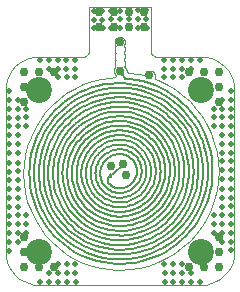
<source format=gbr>
G04 EAGLE Gerber RS-274X export*
G75*
%MOMM*%
%FSLAX34Y34*%
%LPD*%
%INCopper Layer 3*%
%IPPOS*%
%AMOC8*
5,1,8,0,0,1.08239X$1,22.5*%
G01*
%ADD10C,2.199994*%
%ADD11C,0.500000*%
%ADD12C,0.000000*%
%ADD13C,0.200000*%
%ADD14C,0.152400*%
%ADD15C,0.756400*%


D10*
X137128Y137128D03*
X137128Y0D03*
X0Y0D03*
X0Y137128D03*
D11*
X53858Y189187D03*
X46406Y189128D03*
X61310Y189247D03*
X61191Y204151D03*
X61251Y196699D03*
X46287Y204032D03*
X46346Y196580D03*
X53798Y196639D03*
X53739Y204092D03*
X68762Y189307D03*
X68702Y196759D03*
X76155Y196818D03*
X76214Y189366D03*
X76095Y204270D03*
X68643Y204211D03*
X83666Y189426D03*
X83607Y196878D03*
X91059Y196938D03*
X91118Y189486D03*
X90999Y204390D03*
X83547Y204330D03*
X113622Y162586D03*
X106172Y162586D03*
X106234Y155194D03*
X106295Y147801D03*
X113745Y147801D03*
X121195Y147801D03*
X113684Y155194D03*
X121072Y162586D03*
X121134Y155194D03*
X128584Y155194D03*
X128522Y162586D03*
X135972Y162586D03*
X15932Y147801D03*
X908Y162586D03*
X8420Y155194D03*
X23381Y147801D03*
X30832Y147801D03*
X23320Y155194D03*
X15870Y155194D03*
X15808Y162586D03*
X8358Y162586D03*
X23258Y162586D03*
X30708Y162586D03*
X30770Y155194D03*
X-10672Y15932D03*
X-25457Y908D03*
X-18065Y8420D03*
X-10672Y23381D03*
X-10672Y30832D03*
X-18065Y23320D03*
X-18065Y15870D03*
X-25457Y15808D03*
X-25457Y8358D03*
X-25457Y23258D03*
X-25457Y30708D03*
X-18065Y30770D03*
X-18065Y38220D03*
X-25457Y38158D03*
X-25457Y45608D03*
X-18065Y45670D03*
X-18065Y53120D03*
X-25457Y53058D03*
X-25457Y60508D03*
X-18065Y60570D03*
X-18065Y68020D03*
X-25457Y67958D03*
X-25457Y75408D03*
X-18065Y75470D03*
X-25457Y135972D03*
X-25457Y128522D03*
X-18065Y128584D03*
X-18065Y121134D03*
X-25457Y121072D03*
X-18065Y113684D03*
X-10672Y121195D03*
X-10672Y113745D03*
X-10672Y106295D03*
X-18065Y106234D03*
X-25457Y106172D03*
X-25457Y98722D03*
X-18065Y98784D03*
X-18065Y91334D03*
X-25457Y91272D03*
X-25457Y83822D03*
X-18065Y83884D03*
X-25457Y113622D03*
X147801Y121195D03*
X162586Y136219D03*
X155194Y128707D03*
X147801Y113745D03*
X147801Y106295D03*
X155194Y113807D03*
X155194Y121257D03*
X162586Y121319D03*
X162586Y128769D03*
X162586Y113869D03*
X162586Y106419D03*
X155194Y106357D03*
X155194Y98907D03*
X162586Y98969D03*
X162586Y91519D03*
X155194Y91457D03*
X155194Y84007D03*
X162586Y84069D03*
X162586Y76619D03*
X155194Y76557D03*
X155194Y69107D03*
X162586Y69169D03*
X162586Y61719D03*
X155194Y61657D03*
X162586Y1155D03*
X162586Y8605D03*
X155194Y8543D03*
X155194Y15993D03*
X162586Y16055D03*
X155194Y23443D03*
X147801Y15932D03*
X147801Y23381D03*
X147801Y30832D03*
X155194Y30893D03*
X162586Y30955D03*
X162586Y38405D03*
X155194Y38343D03*
X155194Y45793D03*
X162586Y45855D03*
X162586Y53305D03*
X155194Y53243D03*
X162586Y23505D03*
X23505Y-25457D03*
X30955Y-25457D03*
X30893Y-18065D03*
X30832Y-10672D03*
X23381Y-10672D03*
X15932Y-10672D03*
X23443Y-18065D03*
X16055Y-25457D03*
X15993Y-18065D03*
X8543Y-18065D03*
X8605Y-25457D03*
X1155Y-25457D03*
X106357Y-18065D03*
X106419Y-25457D03*
X113869Y-25457D03*
X128769Y-25457D03*
X121319Y-25457D03*
X121257Y-18065D03*
X113807Y-18065D03*
X106295Y-10672D03*
X113745Y-10672D03*
X128707Y-18065D03*
X136219Y-25457D03*
X121195Y-10672D03*
D12*
X95258Y167785D02*
X94944Y169365D01*
X95258Y167785D02*
X96153Y166445D01*
X97493Y165550D01*
X99073Y165236D01*
X137128Y165236D01*
X137269Y165264D01*
X141531Y164928D01*
X145826Y163897D01*
X149906Y162207D01*
X153672Y159899D01*
X157031Y157031D01*
X159899Y153672D01*
X162207Y149906D01*
X163897Y145826D01*
X164928Y141531D01*
X165264Y137269D01*
X165236Y137128D01*
X165236Y0D01*
X165264Y-140D01*
X164928Y-4402D01*
X163897Y-8697D01*
X162207Y-12778D01*
X159899Y-16543D01*
X157031Y-19902D01*
X153672Y-22770D01*
X149906Y-25078D01*
X145826Y-26768D01*
X141531Y-27800D01*
X137269Y-28135D01*
X137128Y-28107D01*
X0Y-28107D01*
X-140Y-28135D01*
X-4402Y-27800D01*
X-8697Y-26768D01*
X-12778Y-25078D01*
X-16543Y-22770D01*
X-19902Y-19902D01*
X-22770Y-16543D01*
X-25078Y-12778D01*
X-26768Y-8697D01*
X-27800Y-4402D01*
X-28135Y-140D01*
X-28107Y0D01*
X-28107Y137128D01*
X-28135Y137269D01*
X-27800Y141531D01*
X-26768Y145826D01*
X-25078Y149906D01*
X-22770Y153672D01*
X-19902Y157031D01*
X-16543Y159899D01*
X-12778Y162207D01*
X-8697Y163897D01*
X-4402Y164928D01*
X-140Y165264D01*
X0Y165236D01*
X38054Y165236D01*
X39634Y165550D01*
X40974Y166445D01*
X41869Y167785D01*
X42183Y169365D01*
X42183Y207250D01*
X94944Y207250D01*
X94944Y169365D01*
X69459Y181935D02*
X67668Y181935D01*
X66014Y181250D01*
X64748Y179984D01*
X64063Y178330D01*
X64063Y176540D01*
X64748Y174886D01*
X65200Y174435D01*
X64748Y173984D01*
X64063Y172331D01*
X64063Y170540D01*
X64748Y168886D01*
X65200Y168435D01*
X64748Y167984D01*
X64063Y166331D01*
X64063Y164540D01*
X64748Y162886D01*
X65200Y162435D01*
X64748Y161984D01*
X64063Y160330D01*
X64063Y158540D01*
X64748Y156886D01*
X151631Y76469D02*
X152034Y68275D01*
X148434Y92543D02*
X145670Y100268D01*
X142162Y107684D01*
X137945Y114721D01*
X133058Y121311D01*
X114879Y137786D02*
X107842Y142004D01*
X100426Y145512D01*
X94856Y153501D02*
X93066Y153501D01*
X88676Y149284D02*
X84743Y150269D01*
X76627Y151473D01*
X75692Y151519D01*
X72921Y156081D01*
X72276Y156784D01*
X72378Y156886D01*
X73063Y158540D01*
X73063Y160330D01*
X72378Y161984D01*
X71927Y162435D01*
X72378Y162886D01*
X73063Y164540D01*
X73063Y166331D01*
X72378Y167984D01*
X71927Y168435D01*
X72378Y168886D01*
X73063Y170540D01*
X73063Y172331D01*
X72378Y173984D01*
X71927Y174435D01*
X72378Y174886D01*
X73063Y176540D01*
X73063Y178330D01*
X72378Y179984D01*
X71112Y181250D01*
X69459Y181935D01*
X70943Y152613D02*
X70919Y152408D01*
X70913Y152201D01*
X70925Y151993D01*
X70956Y151783D02*
X71005Y151572D01*
X71073Y151359D01*
X71159Y151145D01*
X71263Y150930D01*
X71386Y150714D02*
X69676Y149676D01*
X69541Y149885D01*
X69398Y150076D01*
X69248Y150251D01*
X69091Y150409D01*
X68926Y150550D01*
X68754Y150674D01*
X68575Y150781D01*
X68389Y150871D01*
X68195Y150945D01*
X67994Y151001D01*
X70986Y152818D01*
X70943Y152613D01*
X61188Y63464D02*
X61356Y63374D01*
X61188Y63464D02*
X60890Y63601D01*
X60761Y63649D01*
X60644Y63683D01*
X60541Y63703D01*
X60452Y63709D01*
X60373Y63702D01*
X60309Y63680D01*
X60258Y63645D01*
X59663Y65709D01*
X59717Y65750D01*
X59774Y65803D01*
X59834Y65868D01*
X59896Y65946D01*
X60029Y66140D01*
X60099Y66256D01*
X60325Y66677D01*
X61356Y63374D01*
D13*
X62260Y65553D02*
X62563Y65563D01*
D14*
X72000Y74000D01*
D13*
X62260Y65553D02*
X61958Y65521D01*
X61659Y65468D01*
X61364Y65395D01*
X61075Y65301D01*
X58956Y63645D02*
X58795Y63388D01*
X58653Y63120D01*
X58529Y62842D01*
X58425Y62557D01*
X58342Y62265D01*
X58279Y61968D01*
X58236Y61667D01*
X58215Y61364D01*
X58212Y61212D01*
X65938Y5825D02*
X70301Y5803D01*
X74654Y6086D01*
X78977Y6671D01*
X83249Y7557D01*
X87448Y8738D01*
X91555Y10210D01*
X95549Y11964D01*
X99411Y13993D01*
X103122Y16286D01*
X106664Y18832D01*
X110020Y21619D01*
X113173Y24634D01*
X116108Y27861D01*
X118812Y31285D02*
X121269Y34890D01*
X128425Y50746D02*
X129501Y54974D01*
X130280Y59266D01*
X130758Y63602D01*
X130932Y67961D01*
X130802Y72322D01*
X130368Y76663D01*
X129632Y80963D01*
X128598Y85200D01*
X127271Y89356D01*
X125657Y93409D01*
X70181Y9802D02*
X66098Y9822D01*
X70181Y9802D02*
X74256Y10066D01*
X78302Y10614D01*
X82301Y11443D02*
X86231Y12549D01*
X90075Y13926D02*
X93814Y15568D01*
X97429Y17467D01*
X100902Y19613D01*
X104217Y21997D01*
X107359Y24606D01*
X110310Y27427D01*
X113057Y30448D01*
X115587Y33653D02*
X117888Y37027D01*
X119947Y40553D01*
X121755Y44214D01*
X123304Y47992D01*
X124585Y51869D01*
X125593Y55826D01*
X126322Y59843D01*
X126769Y63902D01*
X126932Y67982D01*
X126810Y72063D01*
X126404Y76126D01*
X125715Y80151D01*
X124747Y84118D01*
X76246Y-9833D02*
X70778Y-10188D01*
X76246Y-9833D02*
X81676Y-9098D01*
X87041Y-7986D01*
X92315Y-6502D01*
X97474Y-4654D01*
X102490Y-2450D01*
X107341Y96D01*
X112002Y2976D01*
X116451Y6175D01*
X120666Y9675D01*
X124626Y13462D01*
X128313Y17515D01*
X131708Y21816D01*
X134795Y26343D01*
X137558Y31074D01*
X139985Y35986D01*
X142063Y41056D01*
X143782Y46259D01*
X145135Y51569D01*
X146113Y56960D01*
X146713Y62406D01*
X146932Y67881D01*
X146768Y73357D01*
X146223Y78809D01*
X145299Y84210D01*
X144000Y89533D01*
X142333Y94753D01*
X140306Y99843D01*
X137929Y104780D01*
X135213Y109539D01*
X132172Y114096D01*
X128820Y118431D01*
X125175Y122521D01*
X121252Y126347D01*
X117073Y129890D01*
X112656Y133133D01*
X108024Y136060D01*
X103200Y138656D01*
X98205Y140910D01*
X93066Y142810D01*
X87807Y144347D01*
X82453Y145513D01*
X77031Y146303D01*
X72608Y146664D01*
X70659Y-6190D02*
X65459Y-6164D01*
X75848Y-5854D02*
X81002Y-5156D01*
X86093Y-4100D01*
X91099Y-2692D01*
X95994Y-938D01*
X100755Y1152D01*
X105359Y3570D01*
X109783Y6303D01*
X114005Y9339D01*
X118005Y12661D01*
X121764Y16254D01*
X125263Y20101D01*
X128485Y24183D01*
X140150Y88450D02*
X138568Y93404D01*
X136644Y98235D01*
X134388Y102920D01*
X131811Y107437D01*
X128925Y111762D01*
X89882Y1117D02*
X85145Y-214D01*
X89882Y1117D02*
X94515Y2777D01*
X99020Y4755D01*
X103377Y7044D01*
X118901Y19047D02*
X122212Y22688D01*
X125261Y26550D01*
X128033Y30615D01*
X130515Y34865D01*
X132694Y39277D01*
X134561Y43830D01*
X136105Y48502D01*
X137319Y53271D01*
X138198Y58112D01*
X138737Y63004D01*
X138934Y67921D01*
X138787Y72839D01*
X138297Y77736D01*
X137467Y82586D01*
X136300Y87367D01*
X134803Y92054D01*
X132983Y96626D01*
X130848Y101059D01*
X128409Y105333D01*
X125678Y109427D01*
X122668Y113320D01*
X119394Y116993D01*
X115871Y120429D01*
X112118Y123611D01*
X108151Y126524D01*
X103991Y129152D01*
X99658Y131484D01*
X95173Y133508D01*
X90557Y135215D01*
X85834Y136595D01*
X81026Y137642D01*
X76156Y138352D01*
X71249Y138719D01*
X71248Y138719D01*
X70420Y1805D02*
X65778Y1828D01*
X75052Y2105D02*
X79652Y2728D01*
X84196Y3671D01*
X88665Y4928D01*
X93034Y6493D01*
X97284Y8360D01*
X101393Y10518D01*
X105342Y12958D01*
X109111Y15667D01*
X112682Y18633D01*
X116037Y21841D01*
X119160Y25274D01*
X122036Y28918D01*
X124651Y32753D01*
X126992Y36761D01*
X129048Y40922D01*
X130808Y45217D01*
X132264Y49624D01*
X133410Y54122D01*
X134239Y58689D01*
X134747Y63303D01*
X134932Y67941D01*
X134794Y72581D01*
X134332Y77199D01*
X133549Y81774D01*
X132449Y86284D01*
X131037Y90705D01*
X129320Y95018D01*
X127306Y99199D02*
X125005Y103231D01*
X122429Y107092D01*
X119590Y110764D01*
X116501Y114229D01*
X113179Y117470D01*
X109638Y120471D01*
X105896Y123219D01*
X101973Y125698D01*
X97885Y127898D01*
X93654Y129807D01*
X89301Y131417D01*
X84845Y132718D01*
X80310Y133706D01*
X75717Y134375D01*
X71088Y134722D01*
X70061Y13800D02*
X66257Y13819D01*
X70061Y13800D02*
X73858Y14046D01*
X77627Y14557D01*
X81352Y15329D01*
X85014Y16359D01*
X88595Y17642D01*
X92078Y19172D01*
X95446Y20941D01*
X98682Y22941D01*
X101771Y25161D01*
X104697Y27592D01*
X107447Y30220D01*
X110006Y33034D01*
X112364Y36021D01*
X114507Y39164D01*
X116425Y42448D01*
X118110Y45859D01*
X119553Y49379D01*
X120746Y52991D01*
X121685Y56677D01*
X122365Y60420D01*
X122781Y64201D01*
X122933Y68002D01*
X122819Y71805D01*
X122441Y75590D01*
X121799Y79339D01*
X120897Y83035D01*
X119740Y86659D02*
X118333Y90193D01*
X116683Y93620D02*
X114797Y96924D01*
X112686Y100089D01*
X110359Y103098D01*
X107828Y105938D01*
X105104Y108594D01*
X102203Y111054D01*
X99136Y113305D01*
X95921Y115338D01*
X92571Y117140D01*
X89103Y118705D01*
X85536Y120024D01*
X81884Y121091D01*
X78167Y121900D01*
X74403Y122449D01*
X70609Y122731D01*
X69942Y17798D02*
X66417Y17815D01*
X69942Y17798D02*
X73460Y18026D01*
X76953Y18499D01*
X93463Y24414D02*
X96462Y26267D01*
X99324Y28325D01*
X106955Y35620D02*
X109139Y38387D01*
X111125Y41299D01*
X112903Y44343D01*
X114464Y47504D01*
X115801Y50765D01*
X116907Y54112D01*
X117777Y57528D01*
X118406Y60996D01*
X118792Y64499D01*
X118933Y68022D01*
X118828Y71545D01*
X118477Y75052D01*
X117882Y78527D01*
X113141Y91760D02*
X111394Y94821D01*
X109438Y97753D01*
X107281Y100542D01*
X104936Y103173D01*
X102413Y105634D01*
X99724Y107913D01*
X96883Y110000D01*
X93903Y111882D01*
X90799Y113553D01*
X87586Y115003D01*
X84280Y116225D01*
X80896Y117214D01*
X77452Y117964D01*
X73964Y118472D01*
X70450Y118735D01*
X69823Y21796D02*
X66577Y21812D01*
X69823Y21796D02*
X73062Y22006D01*
X76278Y22442D01*
X79456Y23101D01*
X103904Y38207D02*
X105915Y40755D01*
X107744Y43437D01*
X109381Y46239D01*
X110818Y49149D01*
X112049Y52152D01*
X113067Y55234D01*
X113868Y58379D01*
X114448Y61573D01*
X114803Y64799D01*
X114933Y68042D01*
X114836Y71286D01*
X114513Y74516D01*
X113965Y77715D01*
X107991Y92718D02*
X106189Y95418D01*
X104204Y97986D01*
X102044Y100409D01*
X99721Y102675D01*
X97245Y104774D01*
X94629Y106695D01*
X91885Y108429D01*
X89027Y109967D01*
X86069Y111302D01*
X83024Y112427D01*
X79909Y113337D01*
X76738Y114028D01*
X73526Y114496D01*
X70290Y114738D01*
X69703Y25794D02*
X66736Y25809D01*
X69703Y25794D02*
X72663Y25986D01*
X75603Y26385D01*
X78507Y26987D01*
X102690Y43122D02*
X104361Y45573D01*
X105858Y48134D01*
X107171Y50794D01*
X108296Y53539D01*
X109227Y56355D01*
X109960Y59230D01*
X110489Y62149D01*
X110814Y65097D01*
X110933Y68061D01*
X110844Y71027D01*
X110549Y73978D01*
X110049Y76902D01*
X109345Y79784D01*
X108443Y82610D01*
X92376Y103389D02*
X89868Y104974D01*
X87256Y106380D01*
X84552Y107600D01*
X81770Y108628D01*
X78922Y109461D01*
X76024Y110092D01*
X73089Y110519D01*
X70130Y110741D01*
X69584Y29793D02*
X66896Y29806D01*
X69584Y29793D02*
X72265Y29967D01*
X74928Y30327D01*
X77559Y30873D01*
X99466Y45490D02*
X100980Y47710D01*
X102335Y50030D01*
X103525Y52440D01*
X104545Y54926D01*
X105388Y57477D01*
X106051Y60082D01*
X106825Y65397D02*
X106932Y68082D01*
X106852Y70768D01*
X106585Y73442D01*
X106132Y76091D01*
X105495Y78701D01*
X104677Y81261D01*
X103683Y83758D01*
X102517Y86179D01*
X101185Y88513D02*
X99694Y90748D01*
X98050Y92874D01*
X96262Y94880D01*
X94338Y96756D01*
X92288Y98494D01*
X90122Y100084D01*
X87850Y101520D01*
X85484Y102793D01*
X69464Y33791D02*
X67056Y33803D01*
X69464Y33791D02*
X71867Y33947D01*
X96242Y47857D02*
X97598Y49847D01*
X99879Y54085D02*
X100793Y56313D01*
X101548Y58600D01*
X102143Y60933D01*
X102573Y63303D01*
X102836Y65696D01*
X102932Y68102D01*
X102860Y70509D01*
X102621Y72905D01*
X102214Y75279D01*
X101644Y77618D01*
X100911Y79912D01*
X100020Y82149D01*
X98975Y84319D01*
X97782Y86410D02*
X96445Y88413D01*
X94972Y90318D02*
X93370Y92116D01*
X91647Y93797D01*
X89810Y95354D01*
X87869Y96780D01*
X85833Y98066D01*
X83712Y99207D01*
X76948Y101708D02*
X74594Y102220D01*
X72212Y102567D01*
X71470Y37927D02*
X69345Y37789D01*
X71470Y37927D02*
X73579Y38212D01*
X75664Y38644D01*
X77713Y39221D01*
X79717Y39939D01*
X81667Y40795D01*
X83551Y41785D01*
X85362Y42904D01*
X87091Y44146D01*
X88729Y45507D01*
X90268Y46978D01*
X91700Y48553D01*
X93019Y50224D01*
X94218Y51983D01*
X95292Y53821D01*
X93200Y86079D02*
X91897Y87763D01*
X90481Y89352D01*
X88957Y90839D01*
X87333Y92215D01*
X85617Y93475D01*
X69225Y41787D02*
X67375Y41796D01*
X69225Y41787D02*
X71071Y41907D01*
X72904Y42155D01*
X74715Y42531D01*
X76495Y43031D01*
X78237Y43655D01*
X79930Y44399D01*
X81568Y45259D01*
X83141Y46232D01*
X84643Y47311D01*
X86066Y48493D01*
X87403Y49771D01*
X88648Y51140D01*
X89794Y52591D01*
X90836Y54120D01*
X91769Y55717D02*
X92588Y57375D01*
X93289Y59087D01*
X93870Y60843D01*
X94694Y71831D02*
X94382Y73655D01*
X93943Y75452D01*
X90977Y82205D02*
X89951Y83744D01*
X88819Y85207D01*
X87588Y86588D01*
X86264Y87879D01*
X84853Y89076D02*
X83362Y90170D01*
X81799Y91158D01*
X80170Y92035D01*
X78484Y92796D01*
X76749Y93437D01*
X74973Y93956D01*
X73166Y94349D01*
X71336Y94616D01*
X69491Y94754D01*
X69106Y45786D02*
X67535Y45793D01*
X69106Y45786D02*
X70673Y45887D01*
X72229Y46098D01*
X73767Y46417D01*
X75279Y46842D01*
X76757Y47372D01*
X78195Y48003D01*
X79586Y48734D01*
X80921Y49559D01*
X82197Y50476D02*
X83405Y51479D01*
X84540Y52565D01*
X85596Y53726D01*
X86570Y54959D01*
X87454Y56257D01*
X88246Y57613D01*
X88942Y59021D01*
X89538Y60474D01*
X90030Y61965D01*
X90418Y63487D01*
X90698Y65032D01*
X90870Y66593D01*
X90933Y68162D01*
X90886Y69732D01*
X90730Y71295D01*
X90465Y72843D01*
X90093Y74369D01*
X89615Y75865D01*
X89034Y77324D01*
X88352Y78739D01*
X86702Y81409D02*
X85742Y82651D01*
X84697Y83824D01*
X83572Y84920D01*
X78398Y88448D02*
X76967Y89094D01*
X75493Y89639D01*
X73986Y90079D01*
X72451Y90414D01*
X70898Y90640D01*
X70275Y49867D02*
X68987Y49784D01*
X70275Y49867D02*
X71555Y50041D01*
X72819Y50303D01*
X74062Y50652D01*
X75278Y51088D01*
X76460Y51607D01*
X77603Y52208D01*
X78702Y52886D01*
X79750Y53640D01*
X80744Y54465D01*
X81677Y55357D01*
X82546Y56313D01*
X83346Y57326D01*
X84073Y58393D01*
X84725Y59508D01*
X85297Y60666D01*
X85786Y61860D01*
X86192Y63086D01*
X86510Y64338D01*
X86741Y65608D01*
X86882Y66892D01*
X86934Y68182D01*
X86895Y69473D01*
X86767Y70758D01*
X86549Y72030D01*
X86243Y73285D01*
X85850Y74515D01*
X85372Y75714D01*
X84812Y76878D01*
X84172Y77999D01*
X83456Y79074D02*
X82666Y80095D01*
X81807Y81059D01*
X80882Y81961D01*
X79897Y82796D01*
X78857Y83560D01*
X77765Y84250D01*
X76628Y84862D01*
X75451Y85393D01*
X74240Y85841D01*
X73000Y86203D01*
X71739Y86478D01*
X70461Y86664D01*
X69173Y86760D01*
X69172Y86760D01*
X68867Y53781D02*
X67854Y53786D01*
X68867Y53781D02*
X69876Y53847D01*
X70879Y53983D01*
X71870Y54188D01*
X72844Y54462D01*
X73797Y54803D01*
X74724Y55210D01*
X75620Y55681D01*
X76481Y56213D01*
X77303Y56804D01*
X78081Y57450D01*
X78813Y58150D01*
X79494Y58898D01*
X80121Y59693D01*
X80691Y60529D01*
X81201Y61403D01*
X81650Y62310D01*
X82033Y63247D01*
X82351Y64208D01*
X82601Y65188D01*
X82781Y66184D01*
X82892Y67190D01*
X82933Y68201D01*
X82903Y69213D01*
X82802Y70220D01*
X82631Y71218D01*
X82391Y72201D01*
X82083Y73165D01*
X81709Y74105D01*
X81270Y75017D01*
X80768Y75896D02*
X80207Y76738D01*
X79588Y77538D01*
X78914Y78294D01*
X78190Y79001D01*
X77418Y79655D01*
X76602Y80254D01*
X75746Y80795D01*
X74855Y81274D01*
X73933Y81691D01*
X72983Y82042D01*
X72012Y82325D01*
X71023Y82541D01*
X70022Y82687D01*
X69012Y82762D01*
X69012Y82763D01*
X68867Y53781D02*
X67854Y53786D01*
X68867Y53781D02*
X69876Y53847D01*
X70879Y53983D01*
X71870Y54188D01*
X72844Y54462D01*
X73797Y54803D01*
X74724Y55210D01*
X75620Y55681D01*
X76481Y56213D01*
X77303Y56804D01*
X78081Y57450D01*
X78813Y58150D01*
X79494Y58898D01*
X80121Y59693D01*
X82033Y63247D02*
X82351Y64208D01*
X82601Y65188D01*
X82781Y66184D01*
X82892Y67190D01*
X82933Y68201D01*
X82903Y69213D01*
X82802Y70220D01*
X82631Y71218D01*
X82391Y72201D01*
X82083Y73165D01*
X81709Y74105D01*
X81270Y75017D01*
X80768Y75896D02*
X80207Y76738D01*
X79588Y77538D01*
X78914Y78294D01*
X78190Y79001D01*
X77418Y79655D01*
X76602Y80254D01*
X75746Y80795D01*
X74855Y81274D01*
X73933Y81691D01*
X72983Y82042D02*
X72012Y82325D01*
X71023Y82541D01*
X70022Y82687D01*
X69012Y82762D01*
X69012Y82763D01*
X68867Y53781D02*
X67854Y53786D01*
X68867Y53781D02*
X69876Y53847D01*
X70879Y53983D01*
X71870Y54188D01*
X72844Y54462D01*
X73797Y54803D01*
X74724Y55210D01*
X75620Y55681D01*
X76481Y56213D01*
X77303Y56804D01*
X78081Y57450D01*
X78813Y58150D01*
X79494Y58898D01*
X80121Y59693D01*
X80691Y60529D01*
X81201Y61403D01*
X81650Y62310D01*
X82601Y65188D02*
X82781Y66184D01*
X82892Y67190D01*
X82933Y68201D01*
X82903Y69213D01*
X82802Y70220D01*
X82631Y71218D01*
X82391Y72201D01*
X82083Y73165D01*
X81709Y74105D01*
X81270Y75017D02*
X80768Y75896D01*
X80207Y76738D01*
X79588Y77538D01*
X78914Y78294D01*
X78190Y79001D01*
X77418Y79655D01*
X76602Y80254D01*
X75746Y80795D01*
X74855Y81274D01*
X73933Y81691D01*
X72983Y82042D01*
X72012Y82325D01*
X71023Y82541D01*
X70022Y82687D01*
X69012Y82762D01*
X69012Y82763D01*
X67861Y82769D01*
X66711Y82695D01*
X65570Y82540D01*
X64442Y82306D01*
X63334Y81995D01*
X62250Y81606D01*
X61195Y81143D01*
X60175Y80607D01*
X59196Y80002D01*
X58260Y79330D01*
X57375Y78594D01*
X56542Y77798D01*
X55767Y76946D01*
X55053Y76042D01*
X54405Y75091D02*
X53824Y74096D01*
X53314Y73064D01*
X52877Y71998D01*
X52516Y70904D01*
X52026Y68655D02*
X51899Y67510D01*
X51853Y66360D01*
X51888Y65208D01*
X52002Y64062D01*
X52197Y62927D01*
X52470Y61808D01*
X52820Y60711D01*
X53246Y59641D02*
X53746Y58604D01*
X54317Y57603D01*
X54956Y56645D01*
X55660Y55734D02*
X56427Y54874D01*
X57251Y54070D01*
X59058Y52644D02*
X60031Y52029D01*
X61046Y51483D01*
X62095Y51009D01*
X63175Y50610D01*
X64281Y50287D01*
X65406Y50042D01*
X66546Y49875D01*
X67694Y49789D01*
X67695Y49790D01*
X67742Y86767D02*
X69172Y86760D01*
X67742Y86767D02*
X66314Y86675D01*
X64896Y86483D01*
X63494Y86192D01*
X62117Y85805D01*
X60770Y85322D01*
X59460Y84747D01*
X58193Y84081D01*
X56976Y83329D01*
X55814Y82494D01*
X54713Y81579D01*
X53679Y80591D01*
X52716Y79532D01*
X51830Y78409D01*
X51024Y77227D01*
X50302Y75991D01*
X49668Y74708D01*
X49126Y73384D01*
X48677Y72026D01*
X48324Y70639D01*
X48068Y69231D01*
X47912Y67809D01*
X47854Y66379D01*
X47897Y64949D01*
X48040Y63525D01*
X48281Y62114D02*
X48620Y60725D01*
X49056Y59361D01*
X49585Y58032D02*
X50206Y56743D01*
X50915Y55500D01*
X51709Y54310D02*
X52584Y53178D01*
X53537Y52110D01*
X54561Y51110D01*
X58015Y48574D02*
X59275Y47896D01*
X60580Y47308D01*
X61922Y46811D01*
X63295Y46410D01*
X64694Y46106D01*
X66109Y45899D01*
X67535Y45793D01*
X67622Y90766D02*
X69332Y90757D01*
X67622Y90766D02*
X65916Y90655D01*
X64221Y90426D01*
X62546Y90079D01*
X60900Y89616D01*
X59290Y89039D01*
X57725Y88351D01*
X56211Y87556D01*
X54756Y86657D01*
X53367Y85658D01*
X52052Y84566D01*
X50816Y83384D01*
X49665Y82119D01*
X48606Y80777D01*
X47642Y79364D01*
X46780Y77887D01*
X46022Y76354D01*
X45374Y74772D01*
X44837Y73148D01*
X44415Y71491D01*
X44110Y69808D01*
X43922Y68108D01*
X43854Y66399D01*
X44075Y62988D02*
X44364Y61303D01*
X44769Y59641D01*
X45290Y58012D01*
X45922Y56424D01*
X46664Y54883D02*
X47512Y53398D01*
X48461Y51975D01*
X49507Y50622D01*
X50645Y49346D01*
X55998Y45120D02*
X57504Y44310D01*
X59062Y43606D01*
X60666Y43013D01*
X62308Y42534D01*
X63979Y42170D01*
X65671Y41923D01*
X67375Y41796D01*
X67502Y94764D02*
X69491Y94754D01*
X67502Y94764D02*
X65517Y94636D01*
X63546Y94369D01*
X61598Y93965D01*
X46614Y84706D02*
X45381Y83145D01*
X44261Y81501D01*
X43257Y79784D01*
X42376Y78000D01*
X41622Y76160D01*
X40998Y74271D01*
X40507Y72343D01*
X40151Y70386D01*
X39933Y68409D01*
X39854Y66421D01*
X39913Y64432D01*
X40111Y62453D01*
X40447Y60492D01*
X40918Y58560D01*
X41524Y56665D01*
X42260Y54817D01*
X43123Y53024D01*
X44109Y51297D02*
X45213Y49642D01*
X46429Y48068D01*
X47753Y46583D01*
X49177Y45194D01*
X50694Y43908D01*
X52298Y42731D01*
X53979Y41668D01*
X55731Y40725D01*
X57544Y39907D01*
X59410Y39217D01*
X61319Y38659D01*
X63263Y38236D01*
X65232Y37949D01*
X67215Y37800D01*
X67216Y37799D01*
X67383Y98763D02*
X69651Y98751D01*
X67383Y98763D02*
X65119Y98616D01*
X60650Y97851D02*
X58466Y97237D01*
X56331Y96472D01*
X54254Y95560D01*
X52246Y94505D01*
X50316Y93312D01*
X48474Y91988D01*
X46729Y90539D01*
X45089Y88971D01*
X43563Y87293D01*
X42157Y85513D01*
X40879Y83638D01*
X39735Y81680D01*
X38730Y79646D01*
X37870Y77547D01*
X37158Y75393D01*
X36598Y73195D01*
X36193Y70963D01*
X35945Y68708D01*
X35854Y66441D01*
X35922Y64174D01*
X36147Y61917D01*
X36530Y59681D01*
X37068Y57477D01*
X37758Y55316D01*
X38597Y53208D01*
X39581Y51164D01*
X40705Y49194D02*
X41964Y47307D01*
X43352Y45513D01*
X44861Y43819D01*
X46485Y42235D01*
X48216Y40768D01*
X50044Y39426D01*
X51962Y38214D01*
X53959Y37139D01*
X56027Y36206D01*
X58155Y35419D01*
X60332Y34783D01*
X62549Y34300D01*
X64793Y33973D01*
X67056Y33803D01*
X67264Y102760D02*
X69811Y102747D01*
X67264Y102760D02*
X64721Y102595D01*
X62197Y102253D01*
X59702Y101736D01*
X57250Y101046D01*
X54851Y100187D01*
X52519Y99162D01*
X50263Y97978D01*
X48096Y96638D01*
X46027Y95151D01*
X44067Y93524D01*
X42226Y91763D01*
X40512Y89878D01*
X38933Y87879D01*
X37498Y85774D01*
X36213Y83574D01*
X35085Y81290D01*
X34119Y78932D01*
X33319Y76513D01*
X32691Y74044D01*
X32235Y71538D01*
X31957Y69005D01*
X31855Y66460D01*
X31931Y63913D01*
X32184Y61378D01*
X32614Y58867D01*
X33218Y56392D01*
X33993Y53965D01*
X34936Y51598D01*
X40276Y42955D02*
X41971Y41054D01*
X43795Y39275D01*
X45739Y37627D01*
X47792Y36119D01*
X49946Y34758D01*
X52189Y33551D01*
X54511Y32503D01*
X56901Y31620D01*
X59346Y30905D01*
X61836Y30363D01*
X64357Y29996D01*
X66896Y29806D01*
X67144Y106758D02*
X69970Y106744D01*
X67144Y106758D02*
X64322Y106576D01*
X61521Y106196D01*
X58753Y105622D01*
X56032Y104857D01*
X53371Y103904D01*
X50782Y102767D01*
X48280Y101452D01*
X45875Y99966D01*
X43580Y98316D01*
X41405Y96510D01*
X39362Y94556D01*
X37460Y92465D01*
X35708Y90246D01*
X34116Y87911D01*
X32690Y85470D01*
X31438Y82935D01*
X30366Y80320D01*
X29479Y77635D01*
X28781Y74896D01*
X28276Y72115D01*
X27966Y69305D01*
X27854Y66480D01*
X27938Y63654D01*
X28219Y60842D01*
X28696Y58055D01*
X29366Y55309D01*
X30226Y52616D01*
X31272Y49990D01*
X32499Y47443D02*
X33900Y44987D01*
X35469Y42636D01*
X37198Y40400D01*
X39079Y38289D01*
X41102Y36315D01*
X43259Y34488D01*
X45537Y32815D01*
X47927Y31304D01*
X50416Y29965D01*
X52993Y28802D01*
X55645Y27822D01*
X58358Y27029D01*
X61120Y26427D01*
X63917Y26020D01*
X66736Y25809D01*
X67024Y110757D02*
X70130Y110741D01*
X67024Y110757D02*
X63925Y110556D01*
X60847Y110139D01*
X57805Y109509D01*
X54815Y108668D01*
X51891Y107620D01*
X49047Y106371D01*
X46298Y104926D01*
X43655Y103294D01*
X41133Y101481D01*
X38744Y99496D01*
X36499Y97350D01*
X34409Y95052D01*
X32484Y92614D01*
X30734Y90048D01*
X29168Y87366D01*
X27792Y84581D01*
X26614Y81707D01*
X25639Y78758D01*
X24872Y75748D01*
X24318Y72692D01*
X23977Y69604D01*
X23853Y66501D01*
X23946Y63396D01*
X24255Y60305D01*
X24779Y57243D01*
X25516Y54226D01*
X26460Y51267D01*
X27610Y48381D01*
X28957Y45583D02*
X30497Y42885D01*
X32220Y40301D01*
X34120Y37844D01*
X36187Y35525D01*
X38411Y33357D01*
X40780Y31348D01*
X43284Y29509D01*
X45909Y27850D01*
X48645Y26378D01*
X51476Y25101D01*
X54389Y24024D01*
X57370Y23153D01*
X60405Y22491D01*
X63479Y22044D01*
X66576Y21811D01*
X66577Y21812D01*
X66905Y114755D02*
X70290Y114738D01*
X66905Y114755D02*
X63527Y114536D01*
X60172Y114082D01*
X56858Y113395D01*
X53599Y112478D01*
X50412Y111336D01*
X47313Y109975D01*
X44316Y108401D01*
X41436Y106621D01*
X38687Y104645D01*
X36083Y102482D01*
X33636Y100143D01*
X31359Y97639D01*
X29261Y94982D01*
X27354Y92184D01*
X25647Y89261D01*
X24147Y86226D01*
X22864Y83094D01*
X21801Y79880D01*
X20966Y76599D01*
X20361Y73268D01*
X19991Y69903D01*
X19855Y66521D01*
X19957Y63137D01*
X20293Y59769D01*
X20865Y56432D01*
X21667Y53143D01*
X22697Y49919D01*
X23949Y46774D02*
X25418Y43724D01*
X27096Y40783D01*
X28975Y37967D01*
X31045Y35289D01*
X33298Y32762D01*
X35721Y30398D01*
X38303Y28210D01*
X41032Y26206D01*
X43894Y24398D01*
X46875Y22793D01*
X49961Y21401D01*
X53136Y20227D01*
X56385Y19278D01*
X59693Y18558D01*
X63043Y18070D01*
X66417Y17815D01*
X66786Y118754D02*
X70450Y118735D01*
X66786Y118754D02*
X63129Y118517D01*
X59498Y118025D01*
X55910Y117281D01*
X52382Y116289D01*
X48933Y115053D01*
X45578Y113579D01*
X42333Y111875D01*
X39216Y109949D01*
X36241Y107810D01*
X33422Y105468D01*
X30773Y102936D01*
X28307Y100225D01*
X26037Y97349D01*
X23973Y94322D01*
X22124Y91157D01*
X20501Y87872D01*
X19111Y84481D01*
X17962Y81002D01*
X17057Y77451D01*
X16403Y73845D01*
X16002Y70203D01*
X15855Y66541D01*
X15965Y62878D01*
X16329Y59232D01*
X16948Y55620D01*
X17816Y52060D01*
X18931Y48570D01*
X20287Y45165D02*
X21877Y41864D01*
X23693Y38681D01*
X25726Y35633D01*
X27968Y32734D01*
X30406Y29998D01*
X33029Y27439D01*
X35825Y25070D01*
X38778Y22901D01*
X41876Y20944D01*
X45103Y19207D01*
X48443Y17700D01*
X51880Y16429D01*
X55398Y15402D01*
X58978Y14622D01*
X62604Y14093D01*
X66257Y13819D01*
X66666Y122751D02*
X70609Y122731D01*
X66666Y122751D02*
X62730Y122496D01*
X58822Y121967D01*
X54961Y121166D01*
X51164Y120098D01*
X47452Y118768D01*
X43841Y117182D01*
X40350Y115349D01*
X36995Y113275D01*
X33793Y110974D01*
X30759Y108454D01*
X27909Y105729D01*
X25255Y102811D01*
X22811Y99716D01*
X20590Y96458D01*
X18601Y93052D01*
X16854Y89516D01*
X15359Y85868D01*
X14121Y82123D01*
X13148Y78301D01*
X12443Y74421D01*
X12011Y70501D01*
X11854Y66561D01*
X11972Y62619D01*
X12364Y58695D01*
X13029Y54808D01*
X13964Y50976D01*
X15164Y47220D01*
X16623Y43556D02*
X18334Y40003D01*
X20289Y36578D01*
X22477Y33297D01*
X24889Y30177D01*
X27514Y27233D01*
X30336Y24480D01*
X33345Y21929D01*
X36524Y19595D01*
X39857Y17489D01*
X43330Y15620D01*
X46925Y13998D01*
X50624Y12630D01*
X54409Y11524D01*
X58262Y10685D01*
X62165Y10116D01*
X66097Y9821D01*
X66098Y9822D01*
X66546Y126750D02*
X70769Y126728D01*
X66546Y126750D02*
X62333Y126476D01*
X58148Y125909D01*
X54013Y125052D01*
X49948Y123909D01*
X45972Y122484D01*
X42106Y120786D01*
X38368Y118822D01*
X34775Y116603D01*
X31347Y114138D01*
X28098Y111439D01*
X25046Y108521D01*
X22204Y105397D01*
X19588Y102083D01*
X17209Y98594D01*
X15079Y94947D01*
X13209Y91161D01*
X11607Y87254D01*
X10282Y83244D01*
X9240Y79152D01*
X8486Y74997D01*
X8023Y70800D01*
X7855Y66580D01*
X7981Y62359D01*
X8401Y58157D01*
X9114Y53995D01*
X10115Y49892D01*
X11400Y45870D02*
X12962Y41947D01*
X14794Y38142D01*
X16887Y34474D01*
X19231Y30961D01*
X21814Y27621D01*
X24624Y24468D01*
X27647Y21520D01*
X30868Y18789D01*
X34272Y16290D01*
X37841Y14034D01*
X41560Y12033D01*
X45409Y10296D01*
X49370Y8832D01*
X53424Y7647D01*
X57550Y6749D01*
X61728Y6140D01*
X65938Y5825D01*
X66427Y130748D02*
X70929Y130725D01*
X66427Y130748D02*
X61935Y130456D01*
X57473Y129852D01*
X53065Y128939D01*
X48731Y127719D01*
X44493Y126201D01*
X40371Y124390D01*
X36385Y122297D01*
X32555Y119930D01*
X28900Y117302D01*
X25437Y114426D01*
X22182Y111315D01*
X19153Y107984D01*
X16364Y104451D01*
X13828Y100731D01*
X11557Y96843D01*
X9563Y92807D01*
X7855Y88641D01*
X6443Y84367D01*
X5332Y80004D01*
X4528Y75574D01*
X4035Y71099D01*
X3855Y66601D01*
X3989Y62100D01*
X4437Y57621D01*
X5197Y53183D01*
X6264Y48809D01*
X7634Y44521D02*
X9299Y40338D01*
X11252Y36282D01*
X13484Y32372D01*
X15982Y28627D01*
X18736Y25065D01*
X21732Y21704D01*
X24955Y18561D01*
X28389Y15650D01*
X32018Y12985D01*
X35824Y10580D01*
X39788Y8447D01*
X43892Y6595D01*
X48114Y5034D01*
X52436Y3771D01*
X56835Y2813D01*
X61290Y2164D01*
X65778Y1828D01*
X66307Y134747D02*
X71088Y134722D01*
X66307Y134747D02*
X61536Y134437D01*
X56798Y133795D01*
X52116Y132825D01*
X47514Y131530D01*
X43013Y129917D01*
X38635Y127995D01*
X34403Y125771D01*
X30335Y123258D01*
X26453Y120467D01*
X19319Y114108D02*
X16102Y110572D01*
X13139Y106819D01*
X10446Y102868D01*
X8034Y98740D01*
X5917Y94453D01*
X4103Y90029D01*
X2603Y85490D01*
X1423Y80856D01*
X569Y76152D01*
X45Y71399D01*
X-144Y66622D01*
X38016Y4862D02*
X42374Y2896D01*
X65618Y-2166D02*
X65619Y-2167D01*
X61138Y138417D02*
X66188Y138745D01*
X61138Y138417D02*
X56124Y137738D01*
X51169Y136711D01*
X28115Y126586D02*
X24006Y123632D01*
X20114Y120399D01*
X16456Y116902D01*
X13051Y113159D01*
X9915Y109186D01*
X7064Y105006D01*
X4512Y100636D01*
X2271Y96099D01*
X-2636Y51561D02*
X-1436Y46645D01*
X102Y41824D01*
X1974Y37123D01*
X4169Y32564D01*
X6677Y28168D01*
X9486Y23959D01*
X12581Y19956D01*
X40856Y-804D02*
X45603Y-2559D01*
X60412Y-5785D02*
X65458Y-6163D01*
X50221Y140597D02*
X55449Y141681D01*
X50221Y140597D02*
X45080Y139151D01*
X40054Y137350D01*
X35165Y135203D01*
X30438Y132720D01*
X25895Y129913D01*
X21560Y126796D01*
X17452Y123385D01*
X13593Y119695D01*
X-1373Y97744D02*
X-3399Y92803D01*
X-5074Y87733D01*
X-6392Y82558D01*
X-7345Y77305D01*
X-7930Y71997D01*
X-8144Y66662D01*
X-7984Y61324D01*
X-7452Y56012D01*
X-6552Y50748D01*
X-5286Y45561D02*
X-3661Y40474D01*
X-1686Y35514D01*
X629Y30703D01*
X3276Y26065D01*
X6239Y21624D01*
X9506Y17399D01*
X13058Y13413D01*
X16881Y9685D01*
X20954Y6232D01*
X25258Y3072D01*
X29772Y219D01*
X34474Y-2310D01*
X39341Y-4506D01*
X44349Y-6357D01*
X49475Y-7855D01*
X54692Y-8991D01*
X59976Y-9761D01*
X65299Y-10160D01*
X58212Y58969D02*
X58212Y61212D01*
X72613Y146765D02*
X68563Y153435D01*
D12*
X64745Y156718D02*
X64748Y156886D01*
X64745Y156718D02*
X64451Y156449D01*
X63611Y154646D01*
X63525Y152659D01*
X64206Y150790D01*
X65400Y148822D01*
X64805Y147701D01*
X60355Y147482D01*
X52434Y146307D01*
X44667Y144361D01*
X37127Y141664D01*
X29888Y138240D01*
X23020Y134123D01*
X16588Y129353D01*
X10655Y123975D01*
X5277Y118042D01*
X508Y111610D01*
X-3608Y104742D01*
X-7032Y97503D01*
X-9729Y89963D01*
X-11675Y82196D01*
X-12850Y74275D01*
X-13243Y66277D01*
X-12850Y58279D01*
X-11675Y50358D01*
X-9729Y42590D01*
X-7032Y35050D01*
X-3608Y27811D01*
X508Y20943D01*
X5277Y14511D01*
X10655Y8578D01*
X16588Y3200D01*
X23020Y-1568D01*
X29888Y-5685D01*
X37127Y-9108D01*
X44667Y-11806D01*
X52434Y-13752D01*
X60355Y-14927D01*
X64707Y-15141D01*
X65097Y-15218D01*
X65299Y-15258D01*
X65657Y-15187D01*
X68433Y-15324D01*
X76627Y-14921D01*
X84743Y-13717D01*
X92701Y-11724D01*
X100426Y-8960D01*
X107842Y-5452D01*
X114879Y-1234D01*
X121469Y3651D01*
X127548Y9160D01*
X133058Y15240D01*
X137945Y21829D01*
X142162Y28866D01*
X145670Y36282D01*
X148434Y44007D01*
X150428Y51965D01*
X151631Y60081D01*
X152034Y68275D01*
X151631Y76469D02*
X150428Y84585D01*
X148434Y92543D01*
X133058Y121311D02*
X127548Y127390D01*
X121469Y132899D01*
X114879Y137786D01*
X100426Y145512D02*
X98646Y146149D01*
X98131Y147310D01*
X98461Y148106D01*
X98461Y149896D01*
X97776Y151550D01*
X96510Y152816D01*
X94856Y153501D01*
X93066Y153501D02*
X91412Y152816D01*
X90146Y151550D01*
X89461Y149896D01*
X88676Y149284D01*
X70956Y151783D02*
X70925Y151993D01*
X71263Y150930D02*
X71386Y150714D01*
D13*
X61075Y65301D02*
X60794Y65187D01*
X60521Y65054D01*
X60258Y64902D01*
X60006Y64732D01*
X59767Y64545D01*
X59541Y64342D01*
X59330Y64124D01*
X59135Y63891D01*
X58956Y63645D01*
X116108Y27861D02*
X118812Y31285D01*
X121269Y34890D02*
X123469Y38657D01*
X125401Y42568D01*
X127056Y46604D01*
X128425Y50746D01*
X125657Y93409D02*
X123764Y97340D01*
X121602Y101129D01*
X119181Y104757D01*
X116512Y108208D01*
X113610Y111465D01*
X110487Y114511D01*
X107159Y117332D01*
X103643Y119914D01*
X99955Y122244D01*
X96113Y124311D01*
X92137Y126106D01*
X88045Y127618D01*
X83858Y128842D01*
X79595Y129770D01*
X75278Y130399D01*
X70929Y130725D01*
X82301Y11443D02*
X78302Y10614D01*
X86231Y12549D02*
X90075Y13926D01*
X113057Y30448D02*
X115587Y33653D01*
X124747Y84118D02*
X123505Y88007D01*
X121994Y91801D01*
X120223Y95480D01*
X118199Y99026D01*
X115932Y102423D01*
X113435Y105653D01*
X110718Y108701D01*
X107795Y111552D01*
X104680Y114192D01*
X101389Y116609D01*
X97937Y118790D01*
X94341Y120725D01*
X90620Y122405D01*
X86790Y123820D01*
X82870Y124965D01*
X78881Y125835D01*
X74840Y126423D01*
X70769Y126728D01*
X58212Y58969D02*
X58747Y58280D01*
X59328Y57629D01*
X59953Y57020D01*
X60620Y56457D01*
X61323Y55941D01*
X62062Y55476D01*
X62830Y55063D01*
X63626Y54706D01*
X64445Y54404D01*
X65283Y54160D01*
X66136Y53975D01*
X66999Y53850D01*
X67854Y53786D01*
X65299Y-10160D02*
X70778Y-10188D01*
X70659Y-6190D02*
X75848Y-5854D01*
X128485Y24183D02*
X131414Y28479D01*
X134037Y32969D01*
X136340Y37632D01*
X138312Y42443D01*
X139944Y47381D01*
X141227Y52420D01*
X142156Y57536D01*
X142725Y62705D01*
X142933Y67901D01*
X142777Y73099D01*
X142260Y78273D01*
X141383Y83399D01*
X140150Y88450D01*
X128925Y111762D02*
X125744Y115876D01*
X122284Y119758D01*
X118561Y123389D01*
X114595Y126751D01*
X110403Y129829D01*
X106007Y132607D01*
X101428Y135071D01*
X96688Y137210D01*
X91811Y139013D01*
X86819Y140471D01*
X81739Y141578D01*
X76593Y142328D01*
X71408Y142716D01*
X70540Y-2192D02*
X65619Y-2167D01*
X70540Y-2192D02*
X75451Y-1874D01*
X80327Y-1213D01*
X85145Y-214D01*
X103377Y7044D02*
X107563Y9630D01*
X111559Y12503D01*
X115344Y15647D01*
X118901Y19047D01*
X75052Y2105D02*
X70420Y1805D01*
X129320Y95018D02*
X127306Y99199D01*
X119740Y86659D02*
X120897Y83035D01*
X118333Y90193D02*
X116683Y93620D01*
X80404Y19214D02*
X76953Y18499D01*
X80404Y19214D02*
X83797Y20169D01*
X87116Y21358D01*
X90343Y22775D01*
X93463Y24414D01*
X99324Y28325D02*
X102036Y30577D01*
X104583Y33013D01*
X106955Y35620D01*
X117882Y78527D02*
X117047Y81951D01*
X115974Y85309D01*
X114670Y88584D01*
X113141Y91760D01*
X82580Y23980D02*
X79456Y23101D01*
X82580Y23980D02*
X85636Y25074D01*
X88608Y26380D01*
X91481Y27889D01*
X94242Y29595D01*
X96877Y31490D01*
X99374Y33563D01*
X101720Y35806D01*
X103904Y38207D01*
X113965Y77715D02*
X113196Y80868D01*
X112208Y83960D01*
X111008Y86975D01*
X109599Y89899D01*
X107991Y92718D01*
X81363Y27790D02*
X78507Y26987D01*
X81363Y27790D02*
X84156Y28790D01*
X86872Y29983D01*
X89498Y31363D01*
X92021Y32922D01*
X94430Y34654D01*
X96712Y36549D01*
X98856Y38599D01*
X100852Y40793D01*
X102690Y43122D01*
X108443Y82610D02*
X107345Y85366D01*
X106058Y88039D01*
X104588Y90615D01*
X102942Y93083D01*
X101127Y95430D01*
X99153Y97644D01*
X97030Y99715D01*
X94767Y101634D01*
X92376Y103389D01*
X80146Y31601D02*
X77559Y30873D01*
X80146Y31601D02*
X82676Y32507D01*
X85136Y33588D01*
X87515Y34837D01*
X89801Y36250D01*
X91983Y37818D01*
X94051Y39535D01*
X95993Y41392D01*
X97801Y43380D01*
X99466Y45490D01*
X106051Y60082D02*
X106531Y62726D01*
X106825Y65397D01*
X102517Y86179D02*
X101185Y88513D01*
X85484Y102793D02*
X83035Y103899D01*
X80514Y104830D01*
X77935Y105584D01*
X75309Y106156D01*
X72650Y106543D01*
X69970Y106744D01*
X74254Y34270D02*
X71867Y33947D01*
X74254Y34270D02*
X76611Y34759D01*
X78929Y35411D01*
X81196Y36223D01*
X83401Y37192D01*
X85533Y38312D01*
X87581Y39578D01*
X89537Y40983D01*
X91389Y42522D01*
X93130Y44186D01*
X94750Y45967D01*
X96242Y47857D01*
X97598Y49847D02*
X98813Y51926D01*
X99879Y54085D01*
X98975Y84319D02*
X97782Y86410D01*
X96445Y88413D02*
X94972Y90318D01*
X83712Y99207D02*
X81517Y100197D01*
X79259Y101032D01*
X76948Y101708D01*
X72212Y102567D02*
X69811Y102747D01*
X69345Y37789D02*
X67216Y37799D01*
X95292Y53821D02*
X96235Y55730D01*
X97042Y57699D01*
X97711Y59721D01*
X98236Y61784D01*
X98616Y63878D01*
X98849Y65995D01*
X98934Y68122D01*
X98871Y70250D01*
X98659Y72368D01*
X98300Y74466D01*
X97795Y76535D01*
X97147Y78562D01*
X96360Y80540D01*
X95436Y82459D01*
X94381Y84308D01*
X93200Y86079D01*
X85617Y93475D02*
X83817Y94612D01*
X81943Y95621D01*
X80002Y96497D01*
X78005Y97235D01*
X75962Y97832D01*
X73882Y98285D01*
X71775Y98592D01*
X69652Y98751D01*
X69651Y98751D01*
X91769Y55717D02*
X90836Y54120D01*
X93870Y60843D02*
X94326Y62635D01*
X94657Y64455D01*
X94859Y66294D01*
X94933Y68142D01*
X94878Y69991D01*
X94694Y71831D01*
X93943Y75452D02*
X93381Y77214D01*
X92696Y78932D01*
X91894Y80599D01*
X90977Y82205D01*
X86264Y87879D02*
X84853Y89076D01*
X82197Y50476D02*
X80921Y49559D01*
X88352Y78739D02*
X87574Y80103D01*
X86702Y81409D01*
X83572Y84920D02*
X82374Y85936D01*
X81109Y86865D01*
X79781Y87704D01*
X78398Y88448D01*
X70898Y90640D02*
X69332Y90757D01*
X68987Y49784D02*
X67695Y49790D01*
X84172Y77999D02*
X83456Y79074D01*
X80768Y75896D02*
X81270Y75017D01*
X80691Y60529D02*
X80121Y59693D01*
X80691Y60529D02*
X81201Y61403D01*
X81650Y62310D01*
X82033Y63247D01*
X81270Y75017D02*
X80768Y75896D01*
X73933Y81691D02*
X72983Y82042D01*
X82033Y63247D02*
X81650Y62310D01*
X82033Y63247D02*
X82351Y64208D01*
X82601Y65188D01*
X81709Y74105D02*
X81270Y75017D01*
X55053Y76042D02*
X54405Y75091D01*
X52516Y70904D02*
X52231Y69788D01*
X52026Y68655D01*
X52820Y60711D02*
X53246Y59641D01*
X54956Y56645D02*
X55660Y55734D01*
X57251Y54070D02*
X58129Y53326D01*
X59058Y52644D01*
X48281Y62114D02*
X48040Y63525D01*
X49056Y59361D02*
X49585Y58032D01*
X50915Y55500D02*
X51709Y54310D01*
X54561Y51110D02*
X55652Y50185D01*
X56806Y49338D01*
X58015Y48574D01*
X43905Y64690D02*
X43854Y66399D01*
X43905Y64690D02*
X44075Y62988D01*
X45922Y56424D02*
X46664Y54883D01*
X50645Y49346D02*
X51869Y48152D01*
X53174Y47046D01*
X54552Y46033D01*
X55998Y45120D01*
X59683Y93426D02*
X61598Y93965D01*
X59683Y93426D02*
X57810Y92755D01*
X55989Y91955D01*
X54228Y91030D01*
X52536Y89985D01*
X50920Y88824D01*
X49390Y87553D01*
X47952Y86178D01*
X46614Y84706D01*
X43123Y53024D02*
X44109Y51297D01*
X62871Y98312D02*
X65119Y98616D01*
X62871Y98312D02*
X60650Y97851D01*
X39581Y51164D02*
X40705Y49194D01*
X36041Y49303D02*
X34936Y51598D01*
X36041Y49303D02*
X37304Y47090D01*
X38718Y44971D01*
X40276Y42955D01*
X32499Y47443D02*
X31272Y49990D01*
X27610Y48381D02*
X28957Y45583D01*
X23949Y46774D02*
X22697Y49919D01*
X18931Y48570D02*
X20287Y45165D01*
X16623Y43556D02*
X15164Y47220D01*
X11400Y45870D02*
X10115Y49892D01*
X6264Y48809D02*
X7634Y44521D01*
X22775Y117413D02*
X26453Y120467D01*
X22775Y117413D02*
X19319Y114108D01*
X-144Y66622D02*
X-1Y61843D01*
X473Y57085D01*
X1280Y52373D01*
X2413Y47728D01*
X3868Y43173D01*
X5637Y38731D01*
X7711Y34423D01*
X10081Y30271D01*
X12734Y26294D01*
X15659Y22511D01*
X18840Y18942D01*
X22263Y15603D01*
X25910Y12512D01*
X29764Y9682D01*
X33806Y7128D01*
X38016Y4862D01*
X42374Y2896D02*
X46858Y1238D01*
X51448Y-102D01*
X56119Y-1120D01*
X60851Y-1809D01*
X65618Y-2166D01*
X66188Y138745D02*
X71248Y138719D01*
X51169Y136711D02*
X46297Y135341D01*
X41533Y133634D01*
X36900Y131599D01*
X32420Y129246D01*
X28115Y126586D01*
X2271Y96099D02*
X352Y91416D01*
X-1235Y86612D01*
X-2484Y81708D01*
X-3388Y76729D01*
X-3942Y71699D01*
X-4144Y66642D01*
X-3993Y61584D01*
X-3489Y56549D01*
X-2636Y51561D01*
X12581Y19956D02*
X15948Y16178D01*
X19571Y12644D01*
X23431Y9372D01*
X27510Y6377D01*
X31788Y3674D01*
X36244Y1276D01*
X40856Y-804D01*
X45603Y-2559D02*
X50460Y-3978D01*
X55405Y-5055D01*
X60412Y-5785D01*
X65458Y-6163D02*
X65459Y-6164D01*
X66069Y142743D02*
X71408Y142716D01*
X66069Y142743D02*
X60740Y142397D01*
X55449Y141681D01*
X13593Y119695D02*
X10000Y115745D01*
X6691Y111554D01*
X3683Y107142D01*
X990Y102531D01*
X-1373Y97744D01*
X-6552Y50748D02*
X-5286Y45561D01*
D15*
X68500Y177500D03*
X68500Y153000D03*
X93500Y149500D03*
X73500Y65000D03*
X71500Y74300D03*
X61000Y73000D03*
X-12700Y152400D03*
X0Y152400D03*
X12700Y152400D03*
X0Y139700D03*
X-12700Y139700D03*
X-12700Y127000D03*
X-12700Y-12700D03*
X-12700Y0D03*
X-12700Y12700D03*
X0Y0D03*
X0Y-12700D03*
X12700Y-12700D03*
X152400Y-12700D03*
X139700Y-12700D03*
X127000Y-12700D03*
X139700Y0D03*
X152400Y0D03*
X152400Y12700D03*
X152400Y152400D03*
X152400Y139700D03*
X152400Y127000D03*
X139700Y139700D03*
X139700Y152400D03*
X127000Y152400D03*
X50800Y190500D03*
X63500Y190500D03*
X88900Y190500D03*
X76200Y190500D03*
X50800Y203200D03*
X63500Y203200D03*
X88900Y203200D03*
X76200Y203200D03*
M02*

</source>
